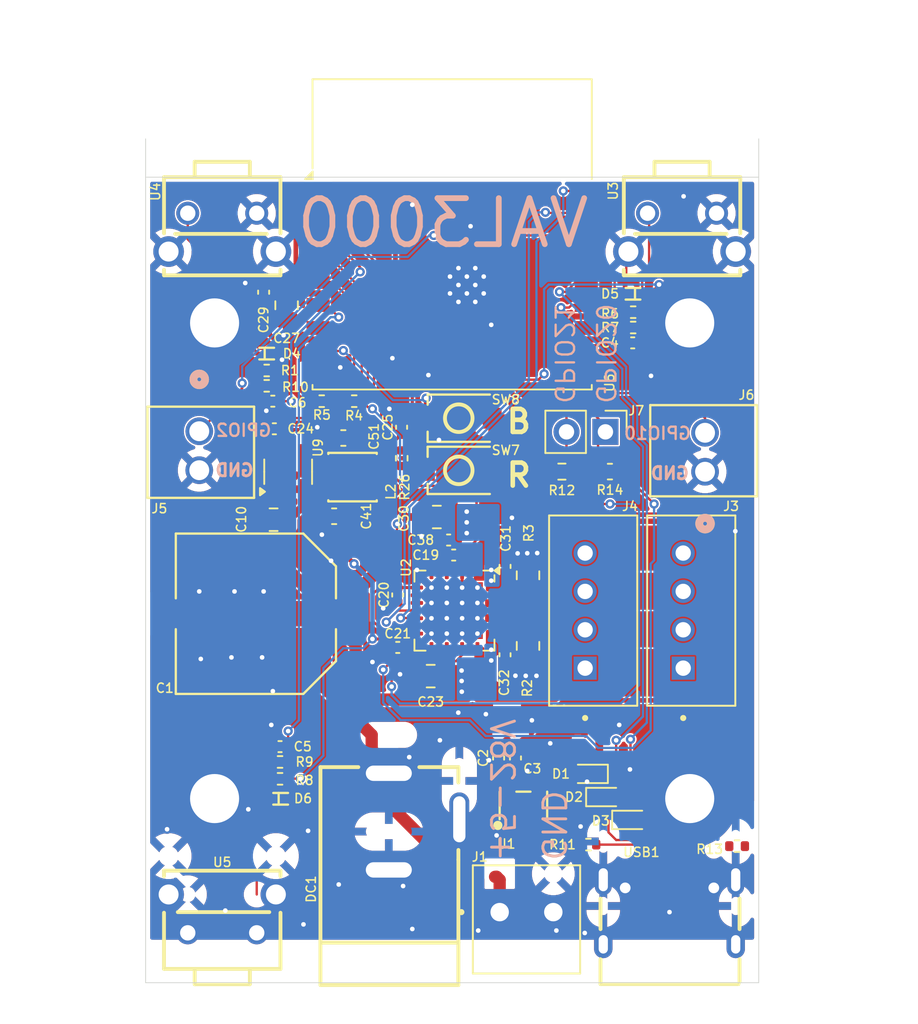
<source format=kicad_pcb>
(kicad_pcb (version 20241229) (generator "pcbnew") (generator_version "9.0")
  (layers (0 "F.Cu" signal) (4 "In1.Cu" mixed "GND3.Cu") (6 "In2.Cu" mixed "GND4.Cu") (2 "B.Cu" signal) (13 "F.Paste" user) (15 "B.Paste" user) (5 "F.SilkS" user "F.Silkscreen") (7 "B.SilkS" user "B.Silkscreen") (1 "F.Mask" user) (3 "B.Mask" user) (25 "Edge.Cuts" user))
  (net 0 "")
  (net 1 "GND")
  (net 2 "24V")
  (net 3 "Net-(U2-CPI)")
  (net 4 "Net-(U2-CPO)")
  (net 5 "Net-(U2-5VOUT)")
  (net 6 "Net-(U6-EN)")
  (net 7 "Net-(U2-VCP)")
  (net 8 "VBUS")
  (net 9 "USB_D-")
  (net 10 "USB_D+")
  (net 11 "Net-(U2-BRA)")
  (net 12 "Net-(U2-BRB)")
  (net 13 "TMC_UART_RX")
  (net 14 "TMC_UART_TX")
  (net 15 "3V3")
  (net 16 "Net-(U9-SW)")
  (net 17 "Net-(U9-BST)")
  (net 18 "TMC_EN")
  (net 19 "Net-(U6-IO9)")
  (net 22 "INDEX")
  (net 23 "USER_1{slash}STEP")
  (net 28 "STALLGUARD")
  (net 30 "BUTTON_2")
  (net 31 "BUTTON_1")
  (net 32 "BUTTON_WIFI_RESET")
  (net 33 "Net-(D4-Pad1)")
  (net 34 "Net-(D5-Pad1)")
  (net 35 "Net-(D6-Pad1)")
  (net 36 "0B2")
  (net 37 "0B1")
  (net 38 "0A2")
  (net 39 "0A1")
  (net 40 "USER_2{slash}DIR")
  (net 41 "DIR")
  (net 42 "STEP")
  (net 43 "Net-(USB1-CC1)")
  (net 44 "Net-(USB1-CC2)")
  (net 47 "USER_3{slash}END_1")
  (net 48 "USER_4{slash}END_2")
  (footprint "TS-1088-AR02016:SW-SMD_L3.9-W3.0-P4.45" (layer "F.Cu") (at 0.43 -5.89)
    (property "Reference" "SW7")
    (property "Value" "TS-1088-AR02016" (hide yes))
  )
  (footprint "Capacitor_SMD:C_0402_1005Metric" (layer "F.Cu") (at 11.78 -14.2 180)
    (property "Reference" "C4")
    (property "Value" "0.1uF" (hide yes))
  )
  (footprint "Resistor_SMD:R_0402_1005Metric" (layer "F.Cu") (at 18.59 18.6 180)
    (property "Reference" "R13")
    (property "Value" "5.1K" (hide yes))
  )
  (footprint "Capacitor_SMD:C_0402_1005Metric" (layer "F.Cu") (at -3.55 5.65)
    (property "Reference" "C21")
    (property "Value" "0.1uF" (hide yes))
  )
  (footprint "Resistor_SMD:R_0603_1608Metric" (layer "F.Cu") (at 7.160356 -5.80918 180)
    (property "Reference" "R12")
    (property "Value" "0R" (hide yes))
  )
  (footprint "Capacitor_SMD:C_0603_1608Metric" (layer "F.Cu") (at -7.1 -8)
    (property "Reference" "C51")
    (property "Value" "22uF" (hide yes))
  )
  (footprint "TC-6615-4.5-160G:KEY-TH_TC-6615-4.5-160G" (layer "F.Cu") (at 15 -21.4 180)
    (property "Reference" "U3")
    (property "Value" "TC-6615-4.5-160G" (hide yes))
  )
  (footprint "Resistor_SMD:R_0402_1005Metric" (layer "F.Cu") (at 8.89 18.5)
    (property "Reference" "R11")
    (property "Value" "5.1K" (hide yes))
  )
  (footprint "Capacitor_SMD:C_0805_2012Metric" (layer "F.Cu") (at -11.65 -2.675 180)
    (property "Reference" "C10")
    (property "Value" "10uF" (hide yes))
  )
  (footprint "Resistor_SMD:R_0402_1005Metric" (layer "F.Cu") (at 11.81 -15.2)
    (property "Reference" "R7")
    (property "Value" "5.1K" (hide yes))
  )
  (footprint "Package_TO_SOT_SMD:TSOT-23-6" (layer "F.Cu") (at -10.7 -5.8 90)
    (property "Reference" "U9")
    (property "Value" "AP63203QWU-7" (hide yes))
  )
  (footprint "Capacitor_SMD:C_0402_1005Metric" (layer "F.Cu") (at -11.6 -8.6)
    (property "Reference" "C24")
    (property "Value" "0.1uF" (hide yes))
  )
  (footprint "Connector_PinHeader_2.54mm:PinHeader_1x02_P2.54mm_Vertical" (layer "F.Cu") (at 10 -8.4 -90)
    (property "Reference" "J7")
    (property "Value" "Conn_01x02_Pin" (hide yes))
  )
  (footprint "Resistor_SMD:R_0402_1005Metric" (layer "F.Cu") (at -12.1 -11.4)
    (property "Reference" "R10")
    (property "Value" "5.1K" (hide yes))
  )
  (footprint "RF_Module:ESP32-C3-WROOM-02" (layer "F.Cu") (at 0 -18.17)
    (property "Reference" "U6")
    (property "Value" "ESP32-C3-WROOM-02" (hide yes))
  )
  (footprint "Capacitor_SMD:C_0402_1005Metric" (layer "F.Cu") (at 3.030669 12.854848 -90)
    (property "Reference" "C2")
    (property "Value" "0.1uF" (hide yes))
  )
  (footprint "Resistor_SMD:R_0402_1005Metric" (layer "F.Cu") (at -6.39 -10.4)
    (property "Reference" "R4")
    (property "Value" "1K" (hide yes))
  )
  (footprint "TS-1088-AR02016:SW-SMD_L3.9-W3.0-P4.45" (layer "F.Cu") (at 0.43 -9.29)
    (property "Reference" "SW8")
    (property "Value" "TS-1088-AR02016" (hide yes))
  )
  (footprint "Capacitor_SMD:C_0402_1005Metric" (layer "F.Cu") (at 3.45 0.37 -90)
    (property "Reference" "C31")
    (property "Value" "0.1uF" (hide yes))
  )
  (footprint "TC-6615-4.5-160G:KEY-TH_TC-6615-4.5-160G" (layer "F.Cu") (at -15 -21.4 180)
    (property "Reference" "U4")
    (property "Value" "TC-6615-4.5-160G" (hide yes))
  )
  (footprint "RT9080-33GJ5:TSOT-23-5_L2.9-W1.6-P0.95-LS2.8-BL" (layer "F.Cu") (at 4.65 15.95)
    (property "Reference" "U1")
    (property "Value" "RT9080-33GJ5" (hide yes))
  )
  (footprint "Capacitor_SMD:C_0805_2012Metric" (layer "F.Cu") (at -1 -2.85 180)
    (property "Reference" "C30")
    (property "Value" "10uF" (hide yes))
  )
  (footprint "Capacitor_SMD:C_0603_1608Metric" (layer "F.Cu") (at 10.293458 -5.80918)
    (property "Reference" "R14")
    (property "Value" "0R" (hide yes))
  )
  (footprint "UWT1H221MNL1GS:CAP-SMD_BD10.0-L10.3-W10.3-LS11.3-FD" (layer "F.Cu") (at -12.8 3.45 180)
    (property "Reference" "C1")
    (property "Value" "220uF")
  )
  (footprint "Capacitor_SMD:C_0805_2012Metric" (layer "F.Cu") (at 4.95 0.95 90)
    (property "Reference" "R3")
    (property "Value" "0R10" (hide yes))
  )
  (footprint "Capacitor_SMD:C_0603_1608Metric" (layer "F.Cu") (at -7.7 -2.9)
    (property "Reference" "C41")
    (property "Value" "22uF" (hide yes))
  )
  (footprint "Capacitor_SMD:C_0402_1005Metric" (layer "F.Cu") (at -3.55 2.23 -90)
    (property "Reference" "C20")
    (property "Value" "4.7uF" (hide yes))
  )
  (footprint "Resistor_SMD:R_0402_1005Metric" (layer "F.Cu") (at -12.1 -12.4)
    (property "Reference" "R1")
    (property "Value" "10K" (hide yes))
  )
  (footprint "TC-6615-4.5-160G:KEY-TH_TC-6615-4.5-160G" (layer "F.Cu") (at -15 23)
    (property "Reference" "U5")
    (property "Value" "TC-6615-4.5-160G" (hide yes))
  )
  (footprint "footprints:CONN_OSTVN02A150_OST" (layer "F.Cu") (at -16.5 -8.44 -90)
    (property "Reference" "J5")
    (property "Value" "OSTVN02A150" (hide yes))
  )
  (footprint "Diode_SMD:D_SOD-523" (layer "F.Cu") (at 8.9 13.89 180)
    (property "Reference" "D1")
    (property "Value" "SOD-523_BSD5C051L" (hide yes))
  )
  (footprint "Resistor_SMD:R_0402_1005Metric" (layer "F.Cu") (at -11.229209 14.213167 180)
    (property "Reference" "R8")
    (property "Value" "10K" (hide yes))
  )
  (footprint "Capacitor_SMD:C_0402_1005Metric" (layer "F.Cu") (at 0.1 -0.37 180)
    (property "Reference" "C19")
    (property "Value" "22nF" (hide yes))
  )
  (footprint "Capacitor_SMD:C_0402_1005Metric" (layer "F.Cu") (at 3.45 6.13 90)
    (property "Reference" "C32")
    (property "Value" "0.1uF" (hide yes))
  )
  (footprint "Capacitor_SMD:C_0402_1005Metric" (layer "F.Cu") (at -11.7 -10.4)
    (property "Reference" "C6")
    (property "Value" "0.1uF" (hide yes))
  )
  (footprint "Package_DFN_QFN:VQFN-28-1EP_5x5mm_P0.5mm_EP3.7x3.7mm_ThermalVias" (layer "F.Cu") (at 0.15 3.25 -90)
    (property "Reference" "U2")
    (property "Value" "TMC2209-LA-T" (hide yes))
  )
  (footprint "Capacitor_SMD:C_0805_2012Metric" (layer "F.Cu") (at -10.8 -16.65 -90)
    (property "Reference" "C27")
    (property "Value" "10uF" (hide yes))
  )
  (footprint "Resistor_SMD:R_0402_1005Metric" (layer "F.Cu") (at 11.81 -16.2 180)
    (property "Reference" "R6")
    (property "Value" "10K" (hide yes))
  )
  (footprint "1984617:PHOENIX_1984617" (layer "F.Cu") (at 1.35 26.9)
    (property "Reference" "J1")
    (property "Value" "1984617" (hide yes))
  )
  (footprint "SWPA3015S3R3MT:IND-SMD_L3.0-W3.0_FNR30XXS" (layer "F.Cu") (at -6.5 -5.45 180)
    (property "Reference" "L2")
    (property "Value" "L" (hide yes))
  )
  (footprint "B4B-XH-A:JST_B4B-XH-A" (layer "F.Cu") (at 15.6 3.25 -90)
    (property "Reference" "J3")
    (property "Value" "B4B-XH-A" (hide yes))
  )
  (footprint "Capacitor_SMD:C_0402_1005Metric" (layer "F.Cu") (at -11.229209 12.113167)
    (property "Reference" "C5")
    (property "Value" "0.1uF" (hide yes))
  )
  (footprint "B4B-XH-A:JST_B4B-XH-A" (layer "F.Cu") (at 9.2 3.25 -90)
    (property "Reference" "J4")
    (property "Value" "B4B-XH-A" (hide yes))
  )
  (footprint "Capacitor_SMD:C_0402_1005Metric" (layer "F.Cu") (at -0.23 -1.35)
    (property "Reference" "C38")
    (property "Value" "0.1uF" (hide yes))
  )
  (footprint "Capacitor_SMD:C_0402_1005Metric" (layer "F.Cu") (at 4.130669 12.854848 -90)
    (property "Reference" "C3")
    (property "Value" "0.1uF" (hide yes))
  )
  (footprint "footprints:CONN_OSTVN02A150_OST" (layer "F.Cu") (at 16.5 -5.8 90)
    (property "Reference" "J6")
    (property "Value" "OSTVN02A150" (hide yes))
  )
  (footprint "Resistor_SMD:R_0402_1005Metric" (layer "F.Cu") (at -3.29 -6.68 -90)
    (property "Reference" "R26")
    (property "Value" "10K" (hide yes))
  )
  (footprint "Diode_SMD:D_SOD-523" (layer "F.Cu") (at 11.7 16.89)
    (property "Reference" "D3")
    (property "Value" "SOD-523_BSD5C051L" (hide yes))
  )
  (footprint "Capacitor_SMD:C_0805_2012Metric" (layer "F.Cu") (at -1.4 7.52 180)
    (property "Reference" "C23")
    (property "Value" "10uF" (hide yes))
  )
  (footprint "ESD9L3-3ST5G:SOD-923_L0.8-W0.6-LS1.0-RD" (layer "F.Cu") (at -11.189209 15.513167)
    (property "Reference" "D6")
    (property "Value" "ESD9L3.3ST5G" (hide yes))
  )
  (footprint "Resistor_SMD:R_0402_1005Metric" (layer "F.Cu") (at -11.229209 13.113167)
    (property "Reference" "R9")
    (property "Value" "5.1K" (hide yes))
  )
  (footprint "Diode_SMD:D_SOD-523" (layer "F.Cu") (at 10 15.4)
    (property "Reference" "D2")
    (property "Value" "SOD-523_BSD5C051L" (hide yes))
  )
  (footprint "ESD9L3-3ST5G:SOD-923_L0.8-W0.6-LS1.0-RD" (layer "F.Cu") (at -12.1 -13.5)
    (property "Reference" "D4")
    (property "Value" "ESD9L3.3ST5G" (hide yes))
  )
  (footprint "Capacitor_SMD:C_0402_1005Metric" (layer "F.Cu") (at -12.3 -17.5 -90)
    (property "Reference" "C29")
    (property "Value" "0.1uF" (hide yes))
  )
  (footprint "Resistor_SMD:R_0402_1005Metric" (layer "F.Cu") (at -8.51 -10.4 180)
    (property "Reference" "R5")
    (property "Value" "10K" (hide yes))
  )
  (footprint "USB-C-LCSC_C2765186:USB-C-SMD_TYPE-C-6PIN-2MD-073" (layer "F.Cu") (at 14.18 22.62)
    (property "Reference" "USB1")
    (property "Value" "TYPE-C 16PIN 2MD(073)" (hide yes))
  )
  (footprint "DC-005:DC-IN-TH_DC-005-5.5-2.0" (layer "F.Cu") (at -1.8325 17 90)
    (property "Reference" "DC1")
    (property "Value" "DC-005 5.5-2.0MM" (hide yes))
  )
  (footprint "ESD9L3-3ST5G:SOD-923_L0.8-W0.6-LS1.0-RD" (layer "F.Cu") (at 11.8 -17.4 180)
    (property "Reference" "D5")
    (property "Value" "ESD9L3.3ST5G" (hide yes))
  )
  (footprint "Capacitor_SMD:C_0402_1005Metric" (layer "F.Cu") (at -3.3 -8.7 90)
    (property "Reference" "C25")
    (property "Value" "0.1uF" (hide yes))
  )
  (footprint "Capacitor_SMD:C_0805_2012Metric" (layer "F.Cu") (at 4.95 5.55 -90)
    (property "Reference" "R2")
    (property "Value" "0R10" (hide yes))
  )
  (gr_line (start 20 -25) (end -20 -25) (stroke (width 0.05)) (layer "Edge.Cuts"))
  (gr_line (start -20 27.5) (end 20 27.5) (stroke (width 0.05)) (layer "Edge.Cuts"))
  (gr_line (start 20 27.5) (end 20 -27.5) (stroke (width 0.05)) (layer "Edge.Cuts"))
  (gr_line (start -20 -27.5) (end -20 27.5) (stroke (width 0.05)) (layer "Edge.Cuts"))
  (gr_text "B" (at 3.4 -8.2 0) (layer "F.SilkS") (effects (font (size 1.5 1.5) (thickness 0.3) (bold yes)) (justify left bottom)))
  (gr_text "R" (at 3.4 -4.7 0) (layer "F.SilkS") (effects (font (size 1.5 1.5) (thickness 0.3) (bold yes)) (justify left bottom)))
  (gr_text "+5-28V" (at 3.25 14.95 270) (layer "B.SilkS") (effects (font (size 1.5 1.5) (thickness 0.1875)) (justify mirror)))
  (gr_text "GND" (at -14.2 -5.9 0) (layer "B.SilkS") (effects (font (size 0.8 0.8) (thickness 0.1875)) (justify mirror)))
  (gr_text "GND" (at 14.2 -5.7 0) (layer "B.SilkS") (effects (font (size 0.8 0.8) (thickness 0.1875)) (justify mirror)))
  (gr_text "GPIO21" (at 7.3 -13.5 270) (layer "B.SilkS") (effects (font (size 1.2 1.2)) (justify mirror)))
  (gr_text "GPIO10\n" (at 13.4 -8.3 0) (layer "B.SilkS") (effects (font (size 0.8 0.8)) (justify mirror)))
  (gr_text "GPIO2" (at -13.6 -8.5 0) (layer "B.SilkS") (effects (font (size 0.8 0.8)) (justify mirror)))
  (gr_text "GPIO20" (at 10 -13.5 270) (layer "B.SilkS") (effects (font (size 1.2 1.2)) (justify mirror)))
  (gr_text "GND" (at 6.6 17.25 270) (layer "B.SilkS") (effects (font (size 1.5 1.5) (thickness 0.1875)) (justify mirror)))
  (gr_text "VAL3000" (at -0.6 -22 0) (layer "B.SilkS") (effects (font (size 3 3) (thickness 0.375)) (justify mirror)))
  (segment (start -10.8 -15.7) (end -10.8 -14.9) (width 0.15) (layer "F.Cu") (net 1))
  (segment (start 9.3 15.4) (end 9.3 15.2) (width 0.15) (layer "F.Cu") (net 1))
  (segment (start -1.95 -1.65) (end -1.95 -2.85) (width 0.3) (layer "F.Cu") (net 1))
  (segment (start -2.35 7.45) (end -2.7 7.8) (width 0.3) (layer "F.Cu") (net 1))
  (segment (start 8.2 16.22) (end 8.38 16.4) (width 0.15) (layer "F.Cu") (net 1))
  (segment (start -3 7.8) (end -3.4 7.4) (width 0.3) (layer "F.Cu") (net 1))
  (segment (start -11.5 -13.5) (end -11.1 -13.1) (width 0.2) (layer "F.Cu") (net 1))
  (segment (start 11 14.2) (end 11.6 13.6) (width 0.15) (layer "F.Cu") (net 1))
  (segment (start -9 -5.6) (end -9 -3.425) (width 0.3) (layer "F.Cu") (net 1))
  (segment (start -2.3 4.25) (end -0.85 4.25) (width 0.2) (layer "F.Cu") (net 1))
  (segment (start 9.3 15.2) (end 9.6 14.9) (width 0.15) (layer "F.Cu") (net 1))
  (segment (start 0.65 2.75) (end 0.15 3.25) (width 0.15) (layer "F.Cu") (net 1))
  (segment (start 0.15 5.7) (end 0.15 3.25) (width 0.2) (layer "F.Cu") (net 1))
  (segment (start 10.98 19.84) (end 10.41 19.84) (width 0.3) (layer "F.Cu") (net 1))
  (segment (start -4.75 5.65) (end -4.03 5.65) (width 0.15) (layer "F.Cu") (net 1))
  (segment (start -14.68 -13.38) (end -16.3 -15) (width 0.15) (layer "F.Cu") (net 1))
  (segment (start -3.9 3.06) (end -4.46 3.06) (width 0.2) (layer "F.Cu") (net 1))
  (segment (start -0.85 4.25) (end 0.15 3.25) (width 0.2) (layer "F.Cu") (net 1))
  (segment (start -12.18 -10) (end -12.18 -10.4) (width 0.2) (layer "F.Cu") (net 1))
  (segment (start -16.5 -5.8) (end -16.5 -6.214968) (width 0.15) (layer "F.Cu") (net 1))
  (segment (start -9.75 -6.35) (end -9 -5.6) (width 0.3) (layer "F.Cu") (net 1))
  (segment (start 0.65 0.8) (end 0.65 1.75) (width 0.2) (layer "F.Cu") (net 1))
  (segment (start 10.69 10.7) (end 10.9 10.7) (width 0.5) (layer "F.Cu") (net 1))
  (segment (start -8.75 -12.17) (end -7.73 -12.17) (width 0.2) (layer "F.Cu") (net 1))
  (segment (start -2.7 7.8) (end -3 7.8) (width 0.3) (layer "F.Cu") (net 1))
  (segment (start 9.6 11.79) (end 10.69 10.7) (width 0.5) (layer "F.Cu") (net 1))
  (segment (start 0.65 0.8) (end 0.65 2.75) (width 0.15) (layer "F.Cu") (net 1))
  (segment (start -12.3 -17.02) (end -13.38 -18.1) (width 0.15) (layer "F.Cu") (net 1))
  (segment (start 2 -9.1) (end 2.92 -9.1) (width 0.15) (layer "F.Cu") (net 1))
  (segment (start -12.125 -9.945) (end -12.18 -10) (width 0.2) (layer "F.Cu") (net 1))
  (segment (start 8.38 16.4) (end 8.38 18.5) (width 0.15) (layer "F.Cu") (net 1))
  (segment (start -3.55 2.71) (end -3.9 3.06) (width 0.2) (layer "F.Cu") (net 1))
  (segment (start 8.38 17.32) (end 8.38 18.5) (width 0.15) (layer "F.Cu") (net 1))
  (segment (start 11.36 -20.01) (end 11.5 -20.15) (width 0.15) (layer "F.Cu") (net 1))
  (segment (start 11.26 -17.4) (end 11.36 -17.5) (width 0.15) (layer "F.Cu") (net 1))
  (segment (start -12.125 -9.775) (end -12.125 -9.945) (width 0.2) (layer "F.Cu") (net 1))
  (segment (start 11 16.89) (end 11 14.2) (width 0.15) (layer "F.Cu") (net 1))
  (segment (start -2 -1.6) (end -1.95 -1.65) (width 0.3) (layer "F.Cu") (net 1))
  (segment (start 9.6 14.9) (end 9.6 13.89) (width 0.15) (layer "F.Cu") (net 1))
  (segment (start 9.3 15.4) (end 8.8 14.9) (width 0.15) (layer "F.Cu") (net 1))
  (segment (start -13.38 -18.1) (end -13.5 -18.1) (width 0.15) (layer "F.Cu") (net 1))
  (segment (start -8.575 -8.7) (end -7.875 -8) (width 0.3) (layer "F.Cu") (net 1))
  (segment (start 17.38 19.84) (end 17.95 19.84) (width 0.3) (layer "F.Cu") (net 1))
  (segment (start -5.2 6.6) (end -5.2 6.1) (width 0.15) (layer "F.Cu") (net 1))
  (segment (start 10.41 19.84) (end 9.86 20.39) (width 0.3) (layer "F.Cu") (net 1))
  (segment (start -8.8 -8.7) (end -8.575 -8.7) (width 0.3) (layer "F.Cu") (net 1))
  (segment (start 11.36 -17.5) (end 11.36 -20.01) (width 0.15) (layer "F.Cu") (net 1))
  (segment (start 17.95 19.84) (end 18.5 20.39) (width 0.3) (layer "F.Cu") (net 1))
  (segment (start 2.2 -5.7) (end 2.92 -5.7) (width 0.2) (layer "F.Cu") (net 1))
  (segment (start -9.75 -6.9375) (end -9.75 -6.35) (width 0.3) (layer "F.Cu") (net 1))
  (segment (start -10.8 -14.9) (end -11 -14.7) (width 0.15) (layer "F.Cu") (net 1))
  (segment (start 8.8 14.9) (end 8.8 14.4) (width 0.15) (layer "F.Cu") (net 1))
  (segment (start 9.6 13.89) (end 9.6 11.79) (width 0.5) (layer "F.Cu") (net 1))
  (segment (start -11.56 -13.5) (end -11.5 -13.5) (width 0.2) (layer "F.Cu") (net 1))
  (segment (start -8.475 -2.9) (end -8.475 -1.725) (width 0.3) (layer "F.Cu") (net 1))
  (segment (start -7.73 -12.17) (end -7.3 -12.6) (width 0.2) (layer "F.Cu") (net 1))
  (segment (start -9 -3.425) (end -8.475 -2.9) (width 0.3) (layer "F.Cu") (net 1))
  (segment (start -8.475 -1.725) (end -8.5 -1.7) (width 0.3) (layer "F.Cu") (net 1))
  (segment (start -4.46 3.06) (end -4.5 3.1) (width 0.2) (layer "F.Cu") (net 1))
  (segment (start -5.2 6.1) (end -4.75 5.65) (width 0.15) (layer "F.Cu") (net 1))
  (via (at -0.86 -7.87) (size 0.6) (drill 0.3) (layers "F.Cu" "B.Cu") (net 1))
  (via (at 8.8 14.4) (size 0.6) (drill 0.3) (layers "F.Cu" "B.Cu") (net 1))
  (via (at 1.2 -21.8) (size 0.6) (drill 0.3) (layers "F.Cu" "B.Cu") (net 1))
  (via (at 8.65 24.259996) (size 0.6) (drill 0.3) (layers "F.Cu" "B.Cu") (net 1))
  (via (at 6.4 11.9) (size 0.6) (drill 0.3) (layers "F.Cu" "B.Cu") (net 1))
  (via (at -7.4 21.1) (size 0.6) (drill 0.3) (layers "F.Cu" "B.Cu") (net 1))
  (via (at -3.4 7.4) (size 0.6) (drill 0.3) (layers "F.Cu" "B.Cu") (net 1))
  (via (at 5.2 10.4) (size 0.6) (drill 0.3) (layers "F.Cu" "B.Cu") (net 1))
  (via (at -4.5 3.1) (size 0.6) (drill 0.3) (layers "F.Cu" "B.Cu") (net 1))
  (via (at -11.1 -13.1) (size 0.6) (drill 0.3) (layers "F.Cu" "B.Cu") (net 1))
  (via (at 4.9 13.7) (size 0.6) (drill 0.3) (layers "F.Cu" "B.Cu") (net 1))
  (via (at -2 -1.6) (size 0.6) (drill 0.3) (layers "F.Cu" "B.Cu") (net 1))
  (via (at 15.5 15.5) (size 6.4) (drill 3.2) (layers "F.Cu" "B.Cu") (net 1))
  (via (at -16.5 2) (size 0.6) (drill 0.3) (layers "F.Cu" "B.Cu") (net 1))
  (via (at 10.9 10.7) (size 0.6) (drill 0.3) (layers "F.Cu" "B.Cu") (net 1))
  (via (at -7.3 -12.6) (size 0.6) (drill 0.3) (layers "F.Cu" "B.Cu") (net 1))
  (via (at -11 -14.7) (size 0.6) (drill 0.3) (layers "F.Cu" "B.Cu") (net 1))
  (via (at -15.5 15.5) (size 6.4) (drill 3.2) (layers "F.Cu" "B.Cu") (net 1))
  (via (at 2.9 17.9) (size 0.6) (drill 0.3) (layers "F.Cu" "B.Cu") (net 1))
  (via (at -8.5 -1.7) (size 0.6) (drill 0.3) (layers "F.Cu" "B.Cu") (net 1))
  (via (at 2.4 13) (size 0.6) (drill 0.3) (layers "F.Cu" "B.Cu") (net 1))
  (via (at -7.9 0) (size 0.6) (drill 0.3) (layers "F.Cu" "B.Cu") (net 1))
  (via (at -3.2 21.2) (size 0.6) (drill 0.3) (layers "F.Cu" "B.Cu") (net 1))
  (via (at -15.5 -15.5) (size 6.4) (drill 3.2) (layers "F.Cu" "B.Cu") (net 1))
  (via (at 2.2 10) (size 0.6) (drill 0.3) (layers "F.Cu" "B.Cu") (net 1))
  (via (at 15.5 -15.5) (size 6.4) (drill 3.2) (layers "F.Cu" "B.Cu") (net 1))
  (via (at -14.4 6.3) (size 0.6) (drill 0.3) (layers "F.Cu" "B.Cu") (net 1))
  (via (at -13.3 16.2) (size 0.6) (drill 0.3) (layers "F.Cu" "B.Cu") (net 1))
  (via (at 4.127801 7.492979) (size 0.6) (drill 0.3) (layers "F.Cu" "B.Cu") (net 1))
  (via (at 8.38 17.32) (size 0.6) (drill 0.3) (layers "F.Cu" "B.Cu") (net 1))
  (via (at -0.8 11.7) (size 0.6) (drill 0.3) (layers "F.Cu" "B.Cu") (net 1))
  (via (at -12.3 2) (size 0.6) (drill 0.3) (layers "F.Cu" "B.Cu") (net 1))
  (via (at 4.799997 7.5) (size 0.6) (drill 0.3) (layers "F.Cu" "B.Cu") (net 1))
  (via (at 5.55 -0.5) (size 0.6) (drill 0.3) (layers "F.Cu" "B.Cu") (net 1))
  (via (at -9.7 23.7) (size 0.6) (drill 0.3) (layers "F.Cu" "B.Cu") (net 1))
  (via (at -2.6 24) (size 0.6) (drill 0.3) (layers "F.Cu" "B.Cu") (net 1))
  (via (at 15.1 -23.75) (size 0.6) (drill 0.3) (layers "F.Cu" "B.Cu") (net 1))
  (via (at -8.8 -8.7) (size 0.6) (drill 0.3) (layers "F.Cu" "B.Cu") (net 1))
  (via (at -14.8 22.8) (size 0.6) (drill 0.3) (layers "F.Cu" "B.Cu") (net 1))
  (via (at -3.9 -13.2) (size 0.6) (drill 0.3) (layers "F.Cu" "B.Cu") (net 1))
  (via (at 12.975 -12.05) (size 0.6) (drill 0.3) (layers "F.Cu" "B.Cu") (net 1))
  (via (at 14.18 22.9) (size 0.6) (drill 0.3) (layers "F.Cu" "B.Cu") (net 1))
  (via (at -12.4 6.3) (size 0.6) (drill 0.3) (layers "F.Cu" "B.Cu") (net 1))
  (via (at -13.5 -18.1) (size 0.6) (drill 0.3) (layers "F.Cu" "B.Cu") (net 1))
  (via (at 4.9 -0.49) (size 0.6) (drill 0.3) (layers "F.Cu" "B.Cu") (net 1))
  (via (at -2.3 0.6) (size 0.6) (drill 0.3) (layers "F.Cu" "B.Cu") (net 1))
  (via (at 18.475 -1.925) (size 0.6) (drill 0.3) (layers "F.Cu" "B.Cu") (net 1))
  (via (at 2.55 -15.375) (size 0.6) (drill 0.3) (layers "F.Cu" "B.Cu") (net 1))
  (via (at 5.5 7.5) (size 0.6) (drill 0.3) (layers "F.Cu" "B.Cu") (net 1))
  (via (at -5.2 6.6) (size 0.6) (drill 0.3) (layers "F.Cu" "B.Cu") (net 1))
  (via (at -11.8 10.7) (size 0.6) (drill 0.3) (layers "F.Cu" "B.Cu") (net 1))
  (via (at -2.8 12.8) (size 0.6) (drill 0.3) (layers "F.Cu" "B.Cu") (net 1))
  (via (at -2.6 -23.2) (size 0.6) (drill 0.3) (layers "F.Cu" "B.Cu") (net 1))
  (via (at -14.2 2) (size 0.6) (drill 0.3) (layers "F.Cu" "B.Cu") (net 1))
  (via (at 11.6 13.6) (size 0.6) (drill 0.3) (layers "F.Cu" "B.Cu") (net 1))
  (via (at -1.55 -12.1) (size 0.6) (drill 0.3) (layers "F.Cu" "B.Cu") (net 1))
  (via (at 4.27 -0.48) (size 0.6) (drill 0.3) (layers "F.Cu" "B.Cu") (net 1))
  (via (at -4.1 -9.9) (size 0.6) (drill 0.3) (layers "F.Cu" "B.Cu") (net 1))
  (via (at 6.8 24.1) (size 0.6) (drill 0.3) (layers "F.Cu" "B.Cu") (net 1))
  (via (at -11.7 8.5) (size 0.6) (drill 0.3) (layers "F.Cu" "B.Cu") (net 1))
  (via (at -18.6 17.5) (size 0.6) (drill 0.3) (layers "F.Cu" "B.Cu") (net 1))
  (via (at 0.4 9.9) (size 0.6) (drill 0.3) (layers "F.Cu" "B.Cu") (net 1))
  (via (at 3.9 -2.8) (size 0.6) (drill 0.3) (layers "F.Cu" "B.Cu") (net 1))
  (via (at -16.4 6.4) (size 0.6) (drill 0.3) (layers "F.Cu" "B.Cu") (net 1))
  (via (at -12.125 -9.775) (size 0.6) (drill 0.3) (layers "F.Cu" "B.Cu") (net 1))
  (via (at 1.7 24.1) (size 0.6) (drill 0.3) (layers "F.Cu" "B.Cu") (net 1))
  (via (at -9.4 17.6) (size 0.6) (drill 0.3) (layers "F.Cu" "B.Cu") (net 1))
  (segment (start -4.376 -2.731786) (end -4.376 0.176) (width 0.8) (layer "F.Cu") (net 2))
  (segment (start 0.25 -1.9) (end 0.25 -1.35) (width 0.8) (layer "F.Cu") (net 2))
  (segment (start -0.45 7.45) (end -0.45 8.5) (width 0.8) (layer "F.Cu") (net 2))
  (segment (start -7.65 3.45) (end -8.3 3.45) (width 0.8) (layer "F.Cu") (net 2))
  (segment (start -8.3 8.3) (end -8.3 3.45) (width 0.8) (layer "F.Cu") (net 2))
  (segment (start -9.75 -3.55) (end -10.425 -2.875) (width 0.5) (layer "F.Cu") (net 2))
  (segment (start -10.7 -4.6625) (end -9.75 -4.6625) (width 0.5) (layer "F.Cu") (net 2))
  (segment (start 2.8 20.6) (end 2.9 20.6) (width 0.8) (layer "F.Cu") (net 2))
  (segment (start -3.899 -3.201) (end -3.906786 -3.201) (width 0.8) (layer "F.Cu") (net 2))
  (segment (start -4.1325 13.45) (end -4.1325 15.8675) (width 0.8) (layer "F.Cu") (net 2))
  (segment (start -4.1325 15.8675) (end 2.5 22.5) (width 0.8) (layer "F.Cu") (net 2))
  (segment (start -6.3 7.95) (end -6.3 5.45) (width 0.8) (layer "F.Cu") (net 2))
  (segment (start -10.9 -2.875) (end -10.7 -2.675) (width 0.5) (layer "F.Cu") (net 2))
  (segment (start -5.25 11.35) (end -8.3 8.3) (width 0.8) (layer "F.Cu") (net 2))
  (segment (start -0.45 8.5) (end -1 9.05) (width 0.8) (layer "F.Cu") (net 2))
  (segment (start -5.25 12.3325) (end -5.25 11.35) (width 0.8) (layer "F.Cu") (net 2))
  (segment (start -2.8 -4.3) (end -3.899 -3.201) (width 0.8) (layer "F.Cu") (net 2))
  (segment (start -3.906786 -3.201) (end -4.376 -2.731786) (width 0.8) (layer "F.Cu") (net 2))
  (segment (start 2.9 20.6) (end 3.1 20.8) (width 0.8) (layer "F.Cu") (net 2))
  (segment (start -10.425 -2.875) (end -10.9 -2.875) (width 0.5) (layer "F.Cu") (net 2))
  (segment (start 3.1 20.8) (end 3.1 22.5) (width 0.8) (layer "F.Cu") (net 2))
  (segment (start -4.1325 13.45) (end -5.25 12.3325) (width 0.8) (layer "F.Cu") (net 2))
  (segment (start -0.05 -3.7) (end -0.65 -4.3) (width 0.8) (layer "F.Cu") (net 2))
  (segment (start -0.65 -4.3) (end -2.8 -4.3) (width 0.8) (layer "F.Cu") (net 2))
  (segment (start -0.05 -2.85) (end -0.05 -3.7) (width 0.8) (layer "F.Cu") (net 2))
  (segment (start -9.75 -4.6625) (end -9.75 -3.55) (width 0.5) (layer "F.Cu") (net 2))
  (segment (start 2.5 22.5) (end 3.1 22.5) (width 0.8) (layer "F.Cu") (net 2))
  (segment (start -10.7 -2.675) (end -10.7 0.6) (width 0.8) (layer "F.Cu") (net 2))
  (segment (start -4.376 0.176) (end -7.65 3.45) (width 0.8) (layer "F.Cu") (net 2))
  (segment (start -0.05 -2.85) (end -0.05 -2.2) (width 0.8) (layer "F.Cu") (net 2))
  (segment (start -0.05 -2.2) (end 0.25 -1.9) (width 0.8) (layer "F.Cu") (net 2))
  (segment (start -1 9.05) (end -5.2 9.05) (width 0.8) (layer "F.Cu") (net 2))
  (segment (start -6.3 5.45) (end -8.3 3.45) (width 0.8) (layer "F.Cu") (net 2))
  (segment (start -5.2 9.05) (end -6.3 7.95) (width 0.8) (layer "F.Cu") (net 2))
  (segment (start -8.3 3) (end -8.3 3.45) (width 0.8) (layer "F.Cu") (net 2))
  (segment (start -10.7 0.6) (end -8.3 3) (width 0.8) (layer "F.Cu") (net 2))
  (via (at 2.55 6.5) (size 0.6) (drill 0.3) (layers "F.Cu" "B.Cu") (net 2))
  (via (at 0.628275 8.535599) (size 0.6) (drill 0.3) (layers "F.Cu" "B.Cu") (net 2))
  (via (at 2.55 5.8) (size 0.6) (drill 0.3) (layers "F.Cu" "B.Cu") (net 2))
  (via (at 0.618545 7.835664) (size 0.6) (drill 0.3) (layers "F.Cu" "B.Cu") (net 2))
  (via (at 0.614385 7.157367) (size 0.6) (drill 0.3) (layers "F.Cu" "B.Cu") (net 2))
  (via (at 2.55 0.6) (size 0.6) (drill 0.3) (layers "F.Cu" "B.Cu") (net 2))
  (via (at 0.95 -1.8) (size 0.6) (drill 0.3) (layers "F.Cu" "B.Cu") (net 2))
  (via (at 0.95 -3.2) (size 0.6) (drill 0.3) (layers "F.Cu" "B.Cu") (net 2))
  (via (at 2.55 1.3) (size 0.6) (drill 0.3) (layers "F.Cu" "B.Cu") (net 2))
  (via (at 0.95 -2.5) (size 0.6) (drill 0.3) (layers "F.Cu" "B.Cu") (net 2))
  (segment (start -0.35 -0.29) (end -0.41 -0.35) (width 0.15) (layer "F.Cu") (net 3))
  (segment (start -0.35 0.8) (end -0.35 -0.29) (width 0.15) (layer "F.Cu") (net 3))
  (segment (start 0.15 0.05) (end 0.55 -0.35) (width 0.15) (layer "F.Cu") (net 4))
  (segment (start 0.15 0.8) (end 0.15 0.05) (width 0.15) (layer "F.Cu") (net 4))
  (segment (start -2.3 1.75) (end -3.55 1.75) (width 0.2) (layer "F.Cu") (net 5))
  (segment (start -5.1 -10.65) (end -4.63 -10.18) (width 0.15) (layer "F.Cu") (net 6))
  (segment (start -5.1 -19.55) (end -5.1 -10.65) (width 0.15) (layer "F.Cu") (net 6))
  (segment (start -2.03 -6.17) (end -1.75 -5.89) (width 0.15) (layer "F.Cu") (net 6))
  (segment (start -3.29 -6.17) (end -3.9 -6.78) (width 0.15) (layer "F.Cu") (net 6))
  (segment (start -3.9 -7.62) (end -3.3 -8.22) (width 0.15) (layer "F.Cu") (net 6))
  (segment (start -4.63 -10.18) (end -4.63 -9.47) (width 0.15) (layer "F.Cu") (net 6))
  (segment (start -3.38 -8.22) (end -3.3 -8.22) (width 0.15) (layer "F.Cu") (net 6))
  (segment (start -8.75 -22.67) (end -8.22 -22.67) (width 0.15) (layer "F.Cu") (net 6))
  (segment (start -8.22 -22.67) (end -5.1 -19.55) (width 0.15) (layer "F.Cu") (net 6))
  (segment (start -4.63 -9.47) (end -3.38 -8.22) (width 0.15) (layer "F.Cu") (net 6))
  (segment (start -3.29 -6.17) (end -2.03 -6.17) (width 0.15) (layer "F.Cu") (net 6))
  (segment (start -3.9 -6.78) (end -3.9 -7.62) (width 0.15) (layer "F.Cu") (net 6))
  (segment (start -0.975 0.025) (end -0.975 -1.085) (width 0.15) (layer "F.Cu") (net 7))
  (segment (start -0.85 0.15) (end -0.975 0.025) (width 0.15) (layer "F.Cu") (net 7))
  (segment (start -0.975 -1.085) (end -0.71 -1.35) (width 0.15) (layer "F.Cu") (net 7))
  (segment (start -0.85 0.15) (end -0.85 0.8) (width 0.15) (layer "F.Cu") (net 7))
  (segment (start 5.6 17.1) (end 6.5 16.2) (width 0.3) (layer "F.Cu") (net 8))
  (segment (start 15.527926 19.3) (end 14.2 19.3) (width 0.3) (layer "F.Cu") (net 8))
  (segment (start 8.2 13.89) (end 7.91 13.89) (width 0.3) (layer "F.Cu") (net 8))
  (segment (start 5.6 17.7) (end 5.6 17.1) (width 0.3) (layer "F.Cu") (net 8))
  (segment (start 7.3 14.5) (end 7.3 16.2) (width 0.3) (layer "F.Cu") (net 8))
  (segment (start 12.292074 19.84) (end 11.78 19.84) (width 0.3) (layer "F.Cu") (net 8))
  (segment (start 14.2 19.3) (end 12.832074 19.3) (width 0.3) (layer "F.Cu") (net 8))
  (segment (start 9.5 20.3) (end 13 20.3) (width 0.3) (layer "F.Cu") (net 8))
  (segment (start 16.067926 19.84) (end 15.527926 19.3) (width 0.3) (layer "F.Cu") (net 8))
  (segment (start 14 19.3) (end 14.2 19.3) (width 0.3) (layer "F.Cu") (net 8))
  (segment (start 16.58 19.84) (end 16.067926 19.84) (width 0.3) (layer "F.Cu") (net 8))
  (segment (start 13 20.3) (end 14 19.3) (width 0.3) (layer "F.Cu") (net 8))
  (segment (start 6.5 16.2) (end 7.3 16.2) (width 0.3) (layer "F.Cu") (net 8))
  (segment (start 4.4 18.4) (end 4.9 18.4) (width 0.3) (layer "F.Cu") (net 8))
  (segment (start 3.7 17.1) (end 3.7 17.7) (width 0.3) (layer "F.Cu") (net 8))
  (segment (start 7.3 18.1) (end 9.5 20.3) (width 0.3) (layer "F.Cu") (net 8))
  (segment (start 3.7 17.7) (end 4.4 18.4) (width 0.3) (layer "F.Cu") (net 8))
  (segment (start 7.91 13.89) (end 7.3 14.5) (width 0.3) (layer "F.Cu") (net 8))
  (segment (start 12.832074 19.3) (end 12.292074 19.84) (width 0.3) (layer "F.Cu") (net 8))
  (segment (start 4.9 18.4) (end 5.6 17.7) (width 0.3) (layer "F.Cu") (net 8))
  (segment (start 7.3 16.2) (end 7.3 18.1) (width 0.3) (layer "F.Cu") (net 8))
  (segment (start 7.795 -16.67) (end 8.75 -16.67) (width 0.15) (layer "F.Cu") (net 9))
  (segment (start 10.7 18.2) (end 10.2 17.7) (width 0.15) (layer "F.Cu") (net 9))
  (segment (start 10.7 11.7) (end 10.7 15.4) (width 0.15) (layer "F.Cu") (net 9))
  (segment (start 13.69 20.8) (end 14.111 20.8) (width 0.15) (layer "F.Cu") (net 9))
  (segment (start 12.3 18.2) (end 10.7 18.2) (width 0.15) (layer "F.Cu") (net 9))
  (segment (start 10.2 15.9) (end 10.7 15.4) (width 0.15) (layer "F.Cu") (net 9))
  (segment (start 13.43 19.84) (end 13.43 19.33) (width 0.15) (layer "F.Cu") (net 9))
  (segment (start 13.43 19.33) (end 12.3 18.2) (width 0.15) (layer "F.Cu") (net 9))
  (segment (start 7.625 -16.5) (end 7.795 -16.67) (width 0.15) (layer "F.Cu") (net 9))
  (segment (start 13.43 20.54) (end 13.69 20.8) (width 0.15) (layer "F.Cu") (net 9))
  (segment (start 14.111 20.8) (end 14.43 20.481) (width 0.15) (layer "F.Cu") (net 9))
  (segment (start 14.43 20.481) (end 14.43 19.84) (width 0.15) (layer "F.Cu") (net 9))
  (segment (start 10.2 17.7) (end 10.2 15.9) (width 0.15) (layer "F.Cu") (net 9))
  (segment (start 7.1 -16.5) (end 7.625 -16.5) (width 0.15) (layer "F.Cu") (net 9))
  (segment (start 13.43 19.84) (end 13.43 20.54) (width 0.15) (layer "F.Cu") (net 9))
  (via (at 7.1 -16.5) (size 0.6) (drill 0.3) (layers "F.Cu" "B.Cu") (net 9))
  (via (at 10.7 11.7) (size 0.6) (drill 0.3) (layers "F.Cu" "B.Cu") (net 9))
  (segment (start 11.8 -9.945032) (end 11.8 -8.075) (width 0.15) (layer "B.Cu") (net 9))
  (segment (start 11.159876 11.440124) (end 10.9 11.7) (width 0.15) (layer "B.Cu") (net 9))
  (segment (start 7.1 -16.5) (end 11.099 -12.501) (width 0.15) (layer "B.Cu") (net 9))
  (segment (start 10.9 11.7) (end 10.7 11.7) (width 0.15) (layer "B.Cu") (net 9))
  (segment (start 11.43871 11.159876) (end 11.159876 11.43871) (width 0.15) (layer "B.Cu") (net 9))
  (segment (start 11.440124 11.159876) (end 11.43871 11.159876) (width 0.15) (layer "B.Cu") (net 9))
  (segment (start 11.099 -12.501) (end 11.099 -10.646032) (width 0.15) (layer "B.Cu") (net 9))
  (segment (start 11.159876 11.43871) (end 11.159876 11.440124) (width 0.15) (layer "B.Cu") (net 9))
  (segment (start 11.099 -10.646032) (end 11.8 -9.945032) (width 0.15) (layer "B.Cu") (net 9))
  (segment (start 12.449 10.151) (end 11.440124 11.159876) (width 0.15) (layer "B.Cu") (net 9))
  (segment (start 11.8 -8.075) (end 12.449 -7.426) (width 0.15) (layer "B.Cu") (net 9))
  (segment (start 12.449 -7.426) (end 12.449 10.151) (width 0.15) (layer "B.Cu") (net 9))
  (segment (start 11.635876 12.935876) (end 12.4 13.7) (width 0.15) (layer "F.Cu") (net 10))
  (segment (start 12.4 16.89) (end 13.14 16.15) (width 0.15) (layer "F.Cu") (net 10))
  (segment (start 13.14 16.15) (end 13.15 16.15) (width 0.15) (layer "F.Cu") (net 10))
  (segment (start 13.15 16.15) (end 13.93 16.93) (width 0.15) (layer "F.Cu") (net 10))
  (segment (start 8.07 -18.17) (end 8.75 -18.17) (width 0.15) (layer "F.Cu") (net 10))
  (segment (start 11.635876 11.635876) (end 11.635876 12.935876) (width 0.15) (layer "F.Cu") (net 10))
  (segment (start 7.425 -17.525) (end 8.07 -18.17) (width 0.15) (layer "F.Cu") (net 10))
  (segment (start 14.93 16.93) (end 14.2 16.2) (width 0.15) (layer "F.Cu") (net 10))
  (segment (start 13.93 16.93) (end 13.93 19.84) (width 0.15) (layer "F.Cu") (net 10))
  (segment (start 14.93 19.84) (end 14.93 16.93) (width 0.15) (layer "F.Cu") (net 10))
  (segment (start 7 -17.525) (end 7.425 -17.525) (width 0.15) (layer "F.Cu") (net 10))
  (segment (start 12.4 13.7) (end 12.4 16.89) (width 0.15) (layer "F.Cu") (net 10))
  (segment (start 14.2 16.2) (end 13.2 16.2) (width 0.15) (layer "F.Cu") (net 10))
  (segment (start 13.2 16.2) (end 13.15 16.15) (width 0.15) (layer "F.Cu") (net 10))
  (via (at 7 -17.525) (size 0.6) (drill 0.3) (layers "F.Cu" "B.Cu") (net 10))
  (via (at 11.635876 11.635876) (size 0.6) (drill 0.3) (layers "F.Cu" "B.Cu") (net 10))
  (segment (start 11.35 -12.65) (end 11.35 -10.75) (width 0.15) (layer "B.Cu") (net 10))
  (segment (start 7 -17.525) (end 7 -17.5) (width 0.15) (layer "B.Cu") (net 10))
  (segment (start 11.35 -10.75) (end 12.075 -10.025) (width 0.15) (layer "B.Cu") (net 10))
  (segment (start 8.4 -16.1) (end 8.4 -15.6) (width 0.15) (layer "B.Cu") (net 10))
  (segment (start 12.075 -10.025) (end 12.075 -8.154968) (width 0.15) (layer "B.Cu") (net 10))
  (segment (start 7 -17.5) (end 8.4 -16.1) (width 0.15) (layer "B.Cu") (net 10))
  (segment (start 12.7 -7.529968) (end 12.7 10.55) (width 0.15) (layer "B.Cu") (net 10))
  (segment (start 12.7 10.55) (end 11.635876 11.614124) (width 0.15) (layer "B.Cu") (net 10))
  (segment (start 8.4 -15.6) (end 11.35 -12.65) (width 0.15) (layer "B.Cu") (net 10))
  (segment (start 12.075 -8.154968) (end 12.7 -7.529968) (width 0.15) (layer "B.Cu") (net 10))
  (segment (start 11.635876 11.614124) (end 11.635876 11.635876) (width 0.15) (layer "B.Cu") (net 10))
  (segment (start 4.95 4.6) (end 4.95 5) (width 0.3) (layer "F.Cu") (net 11))
  (segment (start 4.6 4.25) (end 4.95 4.6) (width 0.3) (layer "F.Cu") (net 11))
  (segment (start 2.6 4.25) (end 4.6 4.25) (width 0.3) (layer "F.Cu") (net 11))
  (segment (start 2.6 2.25) (end 4.9 2.25) (width 0.3) (layer "F.Cu") (net 12))
  (segment (start 4.95 2.2) (end 4.95 1.9) (width 0.3) (layer "F.Cu") (net 12))
  (segment (start 4.9 2.25) (end 4.95 2.2) (width 0.3) (layer "F.Cu") (net 12))
  (segment (start -3.6 -2.375) (end -3.6 0.6) (width 0.15) (layer "F.Cu") (net 13))
  (segment (start -3.6 0.6) (end -5.2 2.2) (width 0.15) (layer "F.Cu") (net 13))
  (segment (start -5.2 -9.9) (end -5.38 -9.9) (width 0.15) (layer "F.Cu") (net 13))
  (segment (start -3.575 -2.4) (end -3.6 -2.375) (width 0.15) (layer "F.Cu") (net 13))
  (segment (start -5.5 -17.3) (end -7.87 -19.67) (width 0.15) (layer "F.Cu") (net 13))
  (segment (start -5.2 3.9) (end -4.35 4.75) (width 0.15) (layer "F.Cu") (net 13))
  (segment (start -5.88 -10.4) (end -5.5 -10.78) (width 0.15) (layer "F.Cu") (net 13))
  (segment (start -5.38 -9.9) (end -5.88 -10.4) (width 0.15) (layer "F.Cu") (net 13))
  (segment (start -5.2 2.2) (end -5.2 3.9) (width 0.15) (layer "F.Cu") (net 13))
  (segment (start -4.35 4.75) (end -2.3 4.75) (width 0.15) (layer "F.Cu") (net 13))
  (segment (start -5.5 -10.78) (end -5.5 -17.3) (width 0.15) (layer "F.Cu") (net 13))
  (segment (start -7.87 -19.67) (end -8.75 -19.67) (width 0.15) (layer "F.Cu") (net 13))
  (via (at -5.2 -9.9) (size 0.6) (drill 0.3) (layers "F.Cu" "B.Cu") (net 13))
  (via (at -3.575 -2.4) (size 0.6) (drill 0.3) (layers "F.Cu" "B.Cu") (net 13))
  (segment (start -3.4 -8.1) (end -5.2 -9.9) (width 0.15) (layer "B.Cu") (net 13))
  (segment (start -3.575 -2.4) (end -3.4 -2.575) (width 0.15) (layer "B.Cu") (net 13))
  (segment (start -3.4 -2.575) (end -3.4 -8.1) (width 0.15) (layer "B.Cu") (net 13))
  (segment (start -8.75 -18.17) (end -7.795 -18.17) (width 0.15) (layer "F.Cu") (net 14))
  (segment (start -5.9 -16.275) (end -5.9 -11.8) (width 0.15) (layer "F.Cu") (net 14))
  (segment (start -5.9 -11.8) (end -6.9 -10.8) (width 0.15) (layer "F.Cu") (net 14))
  (segment (start -7.795 -18.17) (end -5.9 -16.275) (width 0.15) (layer "F.Cu") (net 14))
  (segment (start -6.9 -10.8) (end -6.9 -10.4) (width 0.15) (layer "F.Cu") (net 14))
  (segment (start -11.9 -14.732) (end -10.3 -13.132) (width 0.3) (layer "F.Cu") (net 15))
  (segment (start 5.165152 12.300365) (end 4.130669 13.334848) (width 0.3) (layer "F.Cu") (net 15))
  (segment (start -10.2 -23.6) (end -9.63 -24.17) (width 0.3) (layer "F.Cu") (net 15))
  (segment (start -3.7 -20.1) (end -3.7 -15.9) (width 0.3) (layer "F.Cu") (net 15))
  (segment (start 3.7 14.8) (end 4.1 14.4) (width 0.3) (layer "F.Cu") (net 15))
  (segment (start -9.19 -9.3) (end -9.02 -9.47) (width 0.15) (layer "F.Cu") (net 15))
  (segment (start -3.07 5.23) (end -3.07 5.65) (width 0.2) (layer "F.Cu") (net 15))
  (segment (start 13.2 -17.7) (end 13.5 -18) (width 0.15) (layer "F.Cu") (net 15))
  (segment (start -6.325 -6.625) (end -5.15 -5.45) (width 0.3) (layer "F.Cu") (net 15))
  (segment (start 12.5 -16.2) (end 12.5 -16.4) (width 0.15) (layer "F.Cu") (net 15))
  (segment (start -10.3 -11) (end -9.7 -10.4) (width 0.3) (layer "F.Cu") (net 15))
  (segment (start -10.658411 14.2) (end -10.671578 14.213167) (width 0.15) (layer "F.Cu") (net 15))
  (segment (start 0.4 -11.8) (end 3.025 -11.8) (width 0.3) (layer "F.Cu") (net 15))
  (segment (start -9.9 14.2) (end -10.658411 14.2) (width 0.15) (layer "F.Cu") (net 15))
  (segment (start -9.63 -24.17) (end -8.75 -24.17) (width 0.3) (layer "F.Cu") (net 15))
  (segment (start 17.4 9.1) (end 7.3 9.1) (width 0.3) (layer "F.Cu") (net 15))
  (segment (start -6.325 -8.925) (end -6.325 -8) (width 0.3) (layer "F.Cu") (net 15))
  (segment (start -6.325 -8) (end -6.325 -6.625) (width 0.3) (layer "F.Cu") (net 15))
  (segment (start -8.85 -9.3) (end -6.7 -9.3) (width 0.3) (layer "F.Cu") (net 15))
  (segment (start -3.2 5.1) (end -3.07 5.23) (width 0.2) (layer "F.Cu") (net 15))
  (segment (start 4.1 13.7) (end 4.130669 13.669331) (width 0.3) (layer "F.Cu") (net 15))
  (segment (start -13.175 -9.975) (end -12.85 -9.65) (width 0.15) (layer "F.Cu") (net 15))
  (segment (start 5.395152 -8.029848) (end 5.395152 -5.201133) (width 0.3) (layer "F.Cu") (net 15))
  (segment (start -1.35 5.7) (end -3.02 5.7) (width 0.2) (layer "F.Cu") (net 15))
  (segment (start 3.030669 13.334848) (end 4.130669 13.334848) (width 0.3) (layer "F.Cu") (net 15))
  (segment (start -3.7 -15.9) (end -1.545 -13.745) (width 0.3) (layer "F.Cu") (net 15))
  (segment (start -5.2 5.1) (end -5.2 5.278) (width 0.2) (layer "F.Cu") (net 15))
  (segment (start 4.374 -10.451) (end 4.374 -9.051) (width 0.3) (layer "F.Cu") (net 15))
  (segment (start -11.9 -16.2) (end -11.9 -14.732) (width 0.3) (layer "F.Cu") (net 15))
  (segment (start -10.2 -17.8) (end -10.2 -23.6) (width 0.3) (layer "F.Cu") (net 15))
  (segment (start 3.025 -11.8) (end 4.374 -10.451) (width 0.3) (layer "F.Cu") (net 15))
  (segment (start -13.275 -5.2) (end -12.7375 -4.6625) (width 0.15) (layer "F.Cu") (net 15))
  (segment (start -5.022 5.1) (end -3.2 5.1) (width 0.2) (layer "F.Cu") (net 15))
  (segment (start -13.275 -8.775) (end -13.275 -7.225) (width 0.15) (layer "F.Cu") (net 15))
  (segment (start -10.8 -17.6) (end -11.5 -17.6) (width 0.3) (layer "F.Cu") (net 15))
  (segment (start 17.2 8.9) (end 17.4 9.1) (width 0.3) (layer "F.Cu") (net 15))
  (segment (start -12.85 -9.3) (end -9.19 -9.3) (width 0.15) (layer "F.Cu") (net 15))
  (segment (start -6.3 -3.525) (end -6.925 -2.9) (width 0.3) (layer "F.Cu") (net 15))
  (segment (start -12.61 -12.4) (end -12.725 -12.4) (width 0.15) (layer "F.Cu") (net 15))
  (segment (start -9.02 -10.4) (end -9.02 -9.47) (width 0.3) (layer "F.Cu") (net 15))
  (segment (start 17 -3) (end 17.2 -2.8) (width 0.3) (layer "F.Cu") (net 15))
  (segment (start 7.3 9.1) (end 5.165152 11.234848) (width 0.3) (layer "F.Cu") (net 15))
  (segment (start -5.15 -5.45) (end -6.3 -4.3) (width 0.3) (layer "F.Cu") (net 15))
  (segment (start -8.72 -24.2) (end -7.8 -24.2) (width 0.3) (layer "F.Cu") (net 15))
  (segment (start -10.8 -17.3) (end -11.9 -16.2) (width 0.3) (layer "F.Cu") (net 15))
  (segment (start -10.8 -17.6) (end -10.8 -17.3) (width 0.3) (layer "F.Cu") (net 15))
  (segment (start 6 -12.175) (end 5.625 -11.8) (width 0.15) (layer "F.Cu") (net 15))
  (segment (start -8.75 -24.17) (end -8.72 -24.2) (width 0.3) (layer "F.Cu") (net 15))
  (segment (start -1.545 -13.745) (end -0.6 -12.8) (width 0.3) (layer "F.Cu") (net 15))
  (segment (start -11.5 -17.6) (end -11.88 -17.98) (width 0.3) (layer "F.Cu") (net 15))
  (segment (start 4.374 -9.051) (end 5.395152 -8.029848) (width 0.3) (layer "F.Cu") (net 15))
  (segment (start 13.2 -17.1) (end 13.2 -17.7) (width 0.15) (layer "F.Cu") (net 15))
  (segment (start -13.275 -7.225) (end -13.275 -5.2) (width 0.15) (layer "F.Cu") (net 15))
  (segment (start 4.130669 13.669331) (end 4.130669 13.334848) (width 0.3) (layer "F.Cu") (net 15))
  (segment (start 12.5 -16.4) (end 13.2 -17.1) (width 0.15) (layer "F.Cu") (net 15))
  (segment (start -10.6 -17.4) (end -10.2 -17.8) (width 0.3) (layer "F.Cu") (net 15))
  (segment (start 4.1 14.4) (end 4.1 13.7) (width 0.3) (layer "F.Cu") (net 15))
  (segment (start -12.7375 -4.6625) (end -11.65 -4.6625) (width 0.15) (layer "F.Cu") (net 15))
  (segment (start -12.725 -12.4) (end -13.175 -11.95) (width 0.15) (layer "F.Cu") (net 15))
  (segment (start -5.2 5.278) (end -5.022 5.1) (width 0.2) (layer "F.Cu") (net 15))
  (segment (start -10.3 -13.132) (end -10.3 -11) (width 0.3) (layer "F.Cu") (net 15))
  (segment (start 5.165152 11.234848) (end 5.165152 12.300365) (width 0.3) (layer "F.Cu") (net 15))
  (segment (start -6.925 -2.9) (end -6.925 -0.325) (width 0.3) (layer "F.Cu") (net 15))
  (segment (start -2.6 -12.69) (end -1.545 -13.745) (width 0.2) (layer "F.Cu") (net 15))
  (segment (start 7.596285 -3) (end 17 -3) (width 0.3) (layer "F.Cu") (net 15))
  (segment (start -3.02 5.7) (end -3.07 5.65) (width 0.2) (layer "F.Cu") (net 15))
  (segment (start 5.625 -11.8) (end 3.025 -11.8) (width 0.15) (layer "F.Cu") (net 15))
  (segment (start -2.6 -7.88) (end -2.6 -12.69) (width 0.2) (layer "F.Cu") (net 15))
  (segment (start -6.3 -4.3) (end -6.3 -3.525) (width 0.3) (layer "F.Cu") (net 15))
  (segment (start -13.175 -11.95) (end -13.175 -9.975) (width 0.15) (layer "F.Cu") (net 15))
  (segment (start -7.8 -24.2) (end -3.7 -20.1) (width 0.3) (layer "F.Cu") (net 15))
  (segment (start 5.395152 -5.201133) (end 7.596285 -3) (width 0.3) (layer "F.Cu") (net 15))
  (segment (start -0.6 -12.8) (end 0.4 -11.8) (width 0.3) (layer "F.Cu") (net 15))
  (segment (start -9.7 -10.4) (end -9.02 -10.4) (width 0.3) (layer "F.Cu") (net 15))
  (segment (start -10.671578 14.213167) (end -10.719209 14.213167) (width 0.15) (layer "F.Cu") (net 15))
  (segment (start -12.85 -9.65) (end -12.85 -9.3) (width 0.15) (layer "F.Cu") (net 15))
  (segment (start -13.275 -8.875) (end -12.85 -9.3) (width 0.15) (layer "F.Cu") (net 15))
  (segment (start -6.925 -0.325) (end -6.4 0.2) (width 0.3) (layer "F.Cu") (net 15))
  (segment (start -3.29 -7.19) (end -2.6 -7.88) (width 0.2) (layer "F.Cu") (net 15))
  (segment (start 17.2 -2.8) (end 17.2 8.9) (width 0.3) (layer "F.Cu") (net 15))
  (segment (start -13.275 -8.775) (end -13.275 -8.875) (width 0.15) (layer "F.Cu") (net 15))
  (segment (start -9.02 -9.47) (end -8.85 -9.3) (width 0.3) (layer "F.Cu") (net 15))
  (segment (start -11.88 -17.98) (end -12.3 -17.98) (width 0.3) (layer "F.Cu") (net 15))
  (segment (start -6.7 -9.3) (end -6.325 -8.925) (width 0.3) (layer "F.Cu") (net 15))
  (via (at -9.9 14.2) (size 0.6) (drill 0.3) (layers "F.Cu" "B.Cu") (net 15))
  (via (at 6 -12.175) (size 0.6) (drill 0.3) (layers "F.Cu" "B.Cu") (net 15))
  (via (at -5.2 5.1) (size 0.6) (drill 0.3) (layers "F.Cu" "B.Cu") (net 15))
  (via (at 13.5 -18) (size 0.6) (drill 0.3) (layers "F.Cu" "B.Cu") (net 15))
  (via (at -6.4 0.2) (size 0.6) (drill 0.3) (layers "F.Cu" "B.Cu") (net 15))
  (segment (start -5.8 5.7) (end -7.1 5.7) (width 0.15) (layer "B.Cu") (net 15))
  (segment (start -8.4 7) (end -8.4 12.7) (width 0.15) (layer "B.Cu") (net 15))
  (segment (start -5.2 5.1) (end -5.2 1.4) (width 0.3) (layer "B.Cu") (net 15))
  (segment (start 6 -12.175) (end 6 -17.7) (width 0.15) (layer "B.Cu") (net 15))
  (segment (start -5.2 1.4) (end -6.4 0.2) (width 0.3) (layer "B.Cu") (net 15))
  (segment (start 6.3 -18) (end 13.5 -18) (width 0.15) (layer "B.Cu") (net 15))
  (segment (start -8.4 12.7) (end -9.9 14.2) (width 0.15) (layer "B.Cu") (net 15))
  (segment (start -7.1 5.7) (end -8.4 7) (width 0.15) (layer "B.Cu") (net 15))
  (segment (start -5.2 5.1) (end -5.8 5.7) (width 0.15) (layer "B.Cu") (net 15))
  (segment (start 6 -17.7) (end 6.3 -18) (width 0.15) (layer "B.Cu") (net 15))
  (segment (start -10.7 -7.7) (end -11.12 -8.12) (width 0.2) (layer "F.Cu") (net 16))
  (segment (start -11.12 -8.6) (end -11.02 -8.5) (width 0.3) (layer "F.Cu") (net 16))
  (segment (start -10.7 -6.9375) (end -10.7 -7.7) (width 0.2) (layer "F.Cu") (net 16))
  (segment (start -8.9 -7.9) (end -8.9 -6.5) (width 0.3) (layer "F.Cu") (net 16))
  (segment (start -9.5 -8.5) (end -8.9 -7.9) (width 0.3) (layer "F.Cu") (net 16))
  (segment (start -8.9 -6.5) (end -7.85 -5.45) (width 0.3) (layer "F.Cu") (net 16))
  (segment (start -11.12 -8.12) (end -11.12 -8.6) (width 0.2) (layer "F.Cu") (net 16))
  (segment (start -11.02 -8.5) (end -9.5 -8.5) (width 0.3) (layer "F.Cu") (net 16))
  (segment (start -12.08 -8.08) (end -12.08 -8.6) (width 0.2) (layer "F.Cu") (net 17))
  (segment (start -11.65 -6.9375) (end -11.65 -7.65) (width 0.2) (layer "F.Cu") (net 17))
  (segment (start -11.65 -7.65) (end -12.08 -8.08) (width 0.2) (layer "F.Cu") (net 17))
  (segment (start -7.3 -9.7) (end -8 -10.4) (width 0.15) (layer "F.Cu") (net 18))
  (segment (start 1.15 0.8) (end 1.15 -0.91) (width 0.15) (layer "F.Cu") (net 18))
  (segment (start 1.59 -1.35) (end 1.59 -3.82) (width 0.15) (layer "F.Cu") (net 18))
  (segment (start 1.59 -3.82) (end 0.53 -4.88) (width 0.15) (layer "F.Cu") (net 18))
  (segment (start -7.8 -10.4) (end -6.4 -11.8) (width 0.15) (layer "F.Cu") (net 18))
  (segment (start -5.7 -9.7) (end -7.3 -9.7) (width 0.15) (layer "F.Cu") (net 18))
  (segment (start -3.18 -4.88) (end -4.3 -6) (width 0.15) (layer "F.Cu") (net 18))
  (segment (start 0.53 -4.88) (end -3.18 -4.88) (width 0.15) (layer "F.Cu") (net 18))
  (segment (start -4.3 -8.3) (end -5.7 -9.7) (width 0.15) (layer "F.Cu") (net 18))
  (segment (start -6.4 -11.8) (end -6.4 -14.075) (width 0.15) (layer "F.Cu") (net 18))
  (segment (start -7.495 -15.17) (end -8.75 -15.17) (width 0.15) (layer "F.Cu") (net 18))
  (segment (start -8 -10.4) (end -7.8 -10.4) (width 0.15) (layer "F.Cu") (net 18))
  (segment (start -4.3 -6) (end -4.3 -8.3) (width 0.15) (layer "F.Cu") (net 18))
  (segment (start 1.15 -0.91) (end 1.59 -1.35) (width 0.15) (layer "F.Cu") (net 18))
  (segment (start -6.4 -14.075) (end -7.495 -15.17) (width 0.15) (layer "F.Cu") (net 18))
  (segment (start -1.7 -10.6) (end -1.7 -10.5) (width 0.2) (layer "F.Cu") (net 19))
  (segment (start -7.13 -13.67) (end -8.75 -13.67) (width 0.15) (layer "F.Cu") (net 19))
  (segment (start -1.75 -10.45) (end -1.75 -9.29) (width 0.2) (layer "F.Cu") (net 19))
  (segment (start -1.7 -10.5) (end -1.75 -10.45) (width 0.2) (layer "F.Cu") (net 19))
  (segment (start -7.1 -13.7) (end -7.13 -13.67) (width 0.15) (layer "F.Cu") (net 19))
  (via (at -1.7 -10.6) (size 0.6) (drill 0.3) (layers "F.Cu" "B.Cu") (net 19))
  (via (at -7.1 -13.7) (size 0.6) (drill 0.3) (layers "F.Cu" "B.Cu") (net 19))
  (segment (start -1.83 -10.47) (end -3.87 -10.47) (width 0.15) (layer "B.Cu") (net 19))
  (segment (start -3.87 -10.47) (end -7.1 -13.7) (width 0.15) (layer "B.Cu") (net 19))
  (segment (start -1.7 -10.6) (end -1.83 -10.47) (width 0.15) (layer "B.Cu") (net 19))
  (segment (start 7.25 -24.1) (end 8.15 -24.1) (width 0.15) (layer "F.Cu") (net 22))
  (segment (start -2.317124 3.732876) (end -2.3 3.75) (width 0.15) (layer "F.Cu") (net 22))
  (segment (start -3.361123 3.732876) (end -2.317124 3.732876) (width 0.15) (layer "F.Cu") (net 22))
  (segment (start 8.22 -24.17) (end 8.75 -24.17) (width 0.15) (layer "F.Cu") (net 22))
  (segment (start 8.15 -24.1) (end 8.22 -24.17) (width 0.15) (layer "F.Cu") (net 22))
  (via (at 7.25 -24.1) (size 0.6) (drill 0.3) (layers "F.Cu" "B.Cu") (net 22))
  (via (at -3.361123 3.732876) (size 0.6) (drill 0.3) (layers "F.Cu" "B.Cu") (net 22))
  (segment (start -2.8 -3.5) (end -2.8 3.171753) (width 0.15) (layer "B.Cu") (net 22))
  (segment (start 7.25 -24.1) (end 7.25 -22.55) (width 0.15) (layer "B.Cu") (net 22))
  (segment (start 5.5 -20.8) (end 5.5 -11.8) (width 0.15) (layer "B.Cu") (net 22))
  (segment (start -2.8 3.171753) (end -3.361123 3.732876) (width 0.15) (layer "B.Cu") (net 22))
  (segment (start 5.5 -11.8) (end -2.8 -3.5) (width 0.15) (layer "B.Cu") (net 22))
  (segment (start 7.25 -22.55) (end 5.5 -20.8) (width 0.15) (layer "B.Cu") (net 22))
  (segment (start 10 -8.4) (end 10 -8.8) (width 0.15) (layer "F.Cu") (net 23))
  (segment (start 8.02 -13.67) (end 8.75 -13.67) (width 0.15) (layer "F.Cu") (net 23))
  (segment (start 7.5 -13.15) (end 8.02 -13.67) (width 0.15) (layer "F.Cu") (net 23))
  (segment (start 7.5 -11.3) (end 7.5 -13.15) (width 0.15) (layer "F.Cu") (net 23))
  (segment (start 9.518458 -5.80918) (end 9.518458 -7.918458) (width 0.15) (layer "F.Cu") (net 23))
  (segment (start 10 -8.8) (end 7.5 -11.3) (width 0.15) (layer "F.Cu") (net 23))
  (segment (start 9.518458 -7.918458) (end 10 -8.4) (width 0.15) (layer "F.Cu") (net 23))
  (segment (start -2.30076 3.24924) (end -3.54924 3.24924) (width 0.15) (layer "F.Cu") (net 28))
  (segment (start -3.54924 3.24924) (end -4.3 4) (width 0.15) (layer "F.Cu") (net 28))
  (segment (start -2.3 3.25) (end -2.30076 3.24924) (width 0.15) (layer "F.Cu") (net 28))
  (segment (start 6.086624 -22.708376) (end 6.125 -22.67) (width 0.15) (layer "F.Cu") (net 28))
  (segment (start 6.125 -22.67) (end 8.75 -22.67) (width 0.15) (layer "F.Cu") (net 28))
  (via (at -4.3 4) (size 0.6) (drill 0.3) (layers "F.Cu" "B.Cu") (net 28))
  (via (at 6.086624 -22.708376) (size 0.6) (drill 0.3) (layers "F.Cu" "B.Cu") (net 28))
  (segment (start 6.086624 -22.708376) (end 5.608376 -22.708376) (width 0.15) (layer "B.Cu") (net 28))
  (segment (start 5.608376 -22.708376) (end 5 -22.1) (width 0.15) (layer "B.Cu") (net 28))
  (segment (start 5 -11.7) (end -3.1 -3.6) (width 0.15) (layer "B.Cu") (net 28))
  (segment (start -3.1 2.8) (end -4.3 4) (width 0.15) (layer "B.Cu") (net 28))
  (segment (start -3.1 -3.6) (end -3.1 2.8) (width 0.15) (layer "B.Cu") (net 28))
  (segment (start 5 -22.1) (end 5 -11.7) (width 0.15) (layer "B.Cu") (net 28))
  (segment (start 11.2 -14.2) (end 11.3 -14.2) (width 0.15) (layer "F.Cu") (net 30))
  (segment (start 9.73 -19.67) (end 10.6 -18.8) (width 0.15) (layer "F.Cu") (net 30))
  (segment (start 11.3 -14.2) (end 12.3 -15.2) (width 0.15) (layer "F.Cu") (net 30))
  (segment (start 12.3 -15.2) (end 12.5 -15.2) (width 0.15) (layer "F.Cu") (net 30))
  (segment (start 10.6 -14.8) (end 11.2 -14.2) (width 0.15) (layer "F.Cu") (net 30))
  (segment (start 10.6 -18.8) (end 10.6 -14.8) (width 0.15) (layer "F.Cu") (net 30))
  (segment (start 9.001 -19.67) (end 9.73 -19.67) (width 0.15) (layer "F.Cu") (net 30))
  (segment (start -11.22 -10.4) (end -11.62 -10.8) (width 0.15) (layer "F.Cu") (net 31))
  (segment (start -11.62 -11.37) (end -11.59 -11.4) (width 0.15) (layer "F.Cu") (net 31))
  (segment (start -11.22 -10.4) (end -10.5 -10.4) (width 0.15) (layer "F.Cu") (net 31))
  (segment (start -11.62 -10.8) (end -11.62 -11.37) (width 0.15) (layer "F.Cu") (net 31))
  (segment (start -8.045 -21.17) (end -8.75 -21.17) (width 0.15) (layer "F.Cu") (net 31))
  (segment (start -6 -19.125) (end -8.045 -21.17) (width 0.15) (layer "F.Cu") (net 31))
  (segment (start -6 -18.825) (end -6 -19.125) (width 0.15) (layer "F.Cu") (net 31))
  (via (at -6 -18.825) (size 0.6) (drill 0.3) (layers "F.Cu" "B.Cu") (net 31))
  (via (at -10.5 -10.4) (size 0.6) (drill 0.3) (layers "F.Cu" "B.Cu") (net 31))
  (segment (start -6 -18.825) (end -10.5 -14.325) (width 0.15) (layer "B.Cu") (net 31))
  (segment (start -10.5 -14.325) (end -10.5 -10.4) (width 0.15) (layer "B.Cu") (net 31))
  (segment (start -10.719209 13.113167) (end -10.719209 12.143167) (width 0.15) (layer "F.Cu") (net 32))
  (segment (start -7.4 -15.875) (end -8.195 -16.67) (width 0.15) (layer "F.Cu") (net 32))
  (segment (start -10.7 12.063958) (end -10.749209 12.113167) (width 0.15) (layer "F.Cu") (net 32))
  (segment (start -8.195 -16.67) (end -8.75 -16.67) (width 0.15) (layer "F.Cu") (net 32))
  (segment (start -10.7 11.1) (end -10.7 12.063958) (width 0.15) (layer "F.Cu") (net 32))
  (segment (start -10.719209 12.143167) (end -10.749209 12.113167) (width 0.15) (layer "F.Cu") (net 32))
  (via (at -10.7 11.1) (size 0.6) (drill 0.3) (layers "F.Cu" "B.Cu") (net 32))
  (via (at -7.4 -15.875) (size 0.6) (drill 0.3) (layers "F.Cu" "B.Cu") (net 32))
  (segment (start -10 -8.226834) (end -10 10.4) (width 0.15) (layer "B.Cu") (net 32))
  (segment (start -10.176 -8.797166) (end -10.176 -8.402834) (width 0.15) (layer "B.Cu") (net 32))
  (segment (start -10 -13.8) (end -10 -8.973166) (width 0.15) (layer "B.Cu") (net 32))
  (segment (start -7.925 -15.875) (end -10 -13.8) (width 0.15) (layer "B.Cu") (net 32))
  (segment (start -7.4 -15.875) (end -7.925 -15.875) (width 0.15) (layer "B.Cu") (net 32))
  (segment (start -10.176 -8.402834) (end -10 -8.226834) (width 0.15) (layer "B.Cu") (net 32))
  (segment (start -10 10.4) (end -10.7 11.1) (width 0.15) (layer "B.Cu") (net 32))
  (segment (start -10 -8.973166) (end -10.176 -8.797166) (width 0.15) (layer "B.Cu") (net 32))
  (segment (start -12.64 -13.5) (end -12.9 -13.76) (width 0.15) (layer "F.Cu") (net 33))
  (segment (start -17.25 -20.95) (end -17.25 -22.65) (width 0.15) (layer "F.Cu") (net 33))
  (segment (start -11.59 -12.4) (end -11.59 -12.45) (width 0.15) (layer "F.Cu") (net 33))
  (segment (start -12.9 -16.6) (end -17.25 -20.95) (width 0.15) (layer "F.Cu") (net 33))
  (segment (start -12.9 -13.76) (end -12.9 -16.6) (width 0.15) (layer "F.Cu") (net 33))
  (segment (start -11.59 -12.45) (end -12.64 -13.5) (width 0.15) (layer "F.Cu") (net 33))
  (segment (start -12.61 -11.4) (end -12.59 -11.4) (width 0.15) (layer "F.Cu") (net 33))
  (segment (start -12.59 -11.4) (end -11.59 -12.4) (width 0.15) (layer "F.Cu") (net 33))
  (segment (start 12.85 -18.71) (end 12.85 -22.55) (width 0.15) (layer "F.Cu") (net 34))
  (segment (start 12.34 -17.4) (end 12.4 -17.46) (width 0.15) (layer "F.Cu") (net 34))
  (segment (start 12.3 -17.02) (end 12.3 -17.36) (width 0.15) (layer "F.Cu") (net 34))
  (segment (start 12.4 -18.26) (end 12.85 -18.71) (width 0.15) (layer "F.Cu") (net 34))
  (segment (start 12.85 -22.55) (end 12.75 -22.65) (width 0.15) (layer "F.Cu") (net 34))
  (segment (start 12.4 -17.46) (end 12.4 -18.26) (width 0.15) (layer "F.Cu") (net 34))
  (segment (start 11.48 -16.2) (end 11.48 -15.2) (width 0.15) (layer "F.Cu") (net 34))
  (segment (start 12.3 -17.36) (end 12.34 -17.4) (width 0.15) (layer "F.Cu") (net 34))
  (segment (start 11.48 -16.2) (end 12.3 -17.02) (width 0.15) (layer "F.Cu") (net 34))
  (segment (start -11.729209 15.513167) (end -11.729209 14.223167) (width 0.15) (layer "F.Cu") (net 35))
  (segment (start -11.824 15.697166) (end -11.824 15.607958) (width 0.15) (layer "F.Cu") (net 35))
  (segment (start -11.824 15.607958) (end -11.729209 15.513167) (width 0.15) (layer "F.Cu") (net 35))
  (segment (start -13.17 17.043166) (end -11.824 15.697166) (width 0.15) (layer "F.Cu") (net 35))
  (segment (start -11.739209 14.213167) (end -11.739209 13.113167) (width 0.15) (layer "F.Cu") (net 35))
  (segment (start -12.75 20.8) (end -13.17 20.38) (width 0.15) (layer "F.Cu") (net 35))
  (segment (start -12.75 21.75) (end -12.75 20.8) (width 0.15) (layer "F.Cu") (net 35))
  (segment (start -13.17 20.38) (end -13.17 17.043166) (width 0.15) (layer "F.Cu") (net 35))
  (segment (start -11.729209 14.223167) (end -11.739209 14.213167) (width 0.15) (layer "F.Cu") (net 35))
  (segment (start 8.698 -15.17) (end 8.75 -15.17) (width 0.15) (layer "F.Cu") (net 40))
  (segment (start 7.46 -8.4) (end 7.46 -6.334536) (width 0.15) (layer "F.Cu") (net 40))
  (segment (start 7.46 -10.44) (end 6.95 -10.95) (width 0.15) (layer "F.Cu") (net 40))
  (segment (start 7.46 -8.4) (end 7.46 -10.44) (width 0.15) (layer "F.Cu") (net 40))
  (segment (start 6.95 -10.95) (end 6.95 -13.422) (width 0.15) (layer "F.Cu") (net 40))
  (segment (start 7.46 -6.334536) (end 7.985356 -5.80918) (width 0.15) (layer "F.Cu") (net 40))
  (segment (start 6.95 -13.422) (end 8.698 -15.17) (width 0.15) (layer "F.Cu") (net 40))
  (segment (start -3.95 7.25) (end -3.248801 6.548801) (width 0.15) (layer "F.Cu") (net 41))
  (segment (start 0.241199 6.548801) (end 0.65 6.14) (width 0.15) (layer "F.Cu") (net 41))
  (segment (start 8.444536 -3.7) (end 10.3 -3.7) (width 0.15) (layer "F.Cu") (net 41))
  (segment (start 0.65 6.14) (end 0.65 5.7) (width 0.15) (layer "F.Cu") (net 41))
  (segment (start 6.335356 -5.80918) (end 8.444536 -3.7) (width 0.15) (layer "F.Cu") (net 41))
  (segment (start -3.95 8.2) (end -3.95 7.25) (width 0.15) (layer "F.Cu") (net 41))
  (segment (start -3.248801 6.548801) (end 0.241199 6.548801) (width 0.15) (layer "F.Cu") (net 41))
  (via (at 10.3 -3.7) (size 0.6) (drill 0.3) (layers "F.Cu" "B.Cu") (net 41))
  (via (at -3.95 8.2) (size 0.6) (drill 0.3) (layers "F.Cu" "B.Cu") (net 41))
  (segment (start 11 9.3) (end 12.198 8.102) (width 0.15) (layer "B.Cu") (net 41))
  (segment (start -3.4 9.3) (end 11 9.3) (width 0.15) (layer "B.Cu") (net 41))
  (segment (start 10.3 -3.7) (end 11.8 -3.7) (width 0.15) (layer "B.Cu") (net 41))
  (segment (start 11.8 -3.7) (end 12.198 -3.302) (width 0.15) (layer "B.Cu") (net 41))
  (segment (start -3.95 8.2) (end -3.95 8.75) (width 0.15) (layer "B.Cu") (net 41))
  (segment (start 12.198 8.102) (end 12.198 -3.302) (width 0.15) (layer "B.Cu") (net 41))
  (segment (start -3.95 8.75) (end -3.4 9.3) (width 0.15) (layer "B.Cu") (net 41))
  (segment (start -0.85 6.15) (end -0.85 5.7) (width 0.15) (layer "F.Cu") (net 42))
  (segment (start -3.69 6.29) (end -0.99 6.29) (width 0.15) (layer "F.Cu") (net 42))
  (segment (start 13.175 -3.7) (end 11.068458 -5.806542) (width 0.15) (layer "F.Cu") (net 42))
  (segment (start -0.99 6.29) (end -0.85 6.15) (width 0.15) (layer "F.Cu") (net 42))
  (segment (start -4.5 7.1) (end -3.69 6.29) (width 0.15) (layer "F.Cu") (net 42))
  (segment (start 11.068458 -5.806542) (end 11.068458 -5.80918) (width 0.15) (layer "F.Cu") (net 42))
  (via (at -4.5 7.1) (size 0.6) (drill 0.3) (layers "F.Cu" "B.Cu") (net 42))
  (via (at 13.175 -3.7) (size 0.6) (drill 0.3) (layers "F.Cu" "B.Cu") (net 42))
  (segment (start 2.188562 11.424) (end 1.151062 10.3865) (width 0.15) (layer "B.Cu") (net 42))
  (segment (start 12.951 0.199) (end 12.951 11.049) (width 0.15) (layer "B.Cu") (net 42))
  (segment (start 11.8 12.2) (end 9.526834 12.2) (width 0.15) (layer "B.Cu") (net 42))
  (segment (start 9.526834 12.2) (end 8.750834 11.424) (width 0.15) (layer "B.Cu") (net 42))
  (segment (start -4.5 9.25) (end -4.5 7.1) (width 0.15) (layer "B.Cu") (net 42))
  (segment (start 8.750834 11.424) (end 2.188562 11.424) (width 0.15) (layer "B.Cu") (net 42))
  (segment (start 1.151062 10.3865) (end -3.3635 10.3865) (width 0.15) (layer "B.Cu") (net 42))
  (segment (start 12.951 11.049) (end 11.8 12.2) (width 0.15) (layer "B.Cu") (net 42))
  (segment (start -3.3635 10.3865) (end -4.5 9.25) (width 0.15) (layer "B.Cu") (net 42))
  (segment (start 13.175 -3.7) (end 13.175 -0.025) (width 0.15) (layer "B.Cu") (net 42))
  (segment (start 13.175 -0.025) (end 12.951 0.199) (width 0.15) (layer "B.Cu") (net 42))
  (segment (start 12.142 18.5) (end 12.93 19.288) (width 0.15) (layer "F.Cu") (net 43))
  (segment (start 12.93 19.288) (end 12.93 19.84) (width 0.15) (layer "F.Cu") (net 43))
  (segment (start 9.4 18.5) (end 12.142 18.5) (width 0.15) (layer "F.Cu") (net 43))
  (segment (start 15.93 16.97) (end 16.2 16.7) (width 0.15) (layer "F.Cu") (net 44))
  (segment (start 16.2 16.7) (end 17.4 16.7) (width 0.15) (layer "F.Cu") (net 44))
  (segment (start 17.4 16.7) (end 17.6 16.5) (width 0.15) (layer "F.Cu") (net 44))
  (segment (start 17.6 16.5) (end 18.29 16.5) (width 0.15) (layer "F.Cu") (net 44))
  (segment (start 15.93 19.84) (end 15.93 16.97) (width 0.15) (layer "F.Cu") (net 44))
  (segment (start 14.8 -10.925) (end 14.875 -10.925) (width 0.15) (layer "F.Cu") (net 47))
  (segment (start 14.875 -10.925) (end 16.5 -9.3) (width 0.15) (layer "F.Cu") (net 47))
  (segment (start 14.8 -10.925) (end 9.35 -10.925) (width 0.15) (layer "F.Cu") (net 47))
  (segment (start 16.5 -9.3) (end 16.5 -8.34) (width 0.15) (layer "F.Cu") (net 47))
  (segment (start 9.35 -10.925) (end 8.75 -11.525) (width 0.15) (layer "F.Cu") (net 47))
  (segment (start 8.75 -11.525) (end 8.75 -12.17) (width 0.15) (layer "F.Cu") (net 47))
  (segment (start 8.07 -21.17) (end 8.75 -21.17) (width 0.15) (layer "F.Cu") (net 48))
  (segment (start -13.7 -11.24) (end -13.7 -11.575) (width 0.15) (layer "F.Cu") (net 48))
  (segment (start -16.5 -8.44) (end -13.7 -11.24) (width 0.15) (layer "F.Cu") (net 48))
  (segment (start 8.04 -21.2) (end 8.07 -21.17) (width 0.15) (layer "F.Cu") (net 48))
  (segment (start -1.5 -21.2) (end 8.04 -21.2) (width 0.15) (layer "F.Cu") (net 48))
  (via (at -1.2 -21.2) (size 0.6) (drill 0.3) (layers "F.Cu" "B.Cu") (net 48))
  (via (at -13.7 -11.575) (size 0.6) (drill 0.3) (layers "F.Cu" "B.Cu") (net 48))
  (segment (start -13.7 -12.673166) (end -6.573166 -19.8) (width 0.15) (layer "B.Cu") (net 48))
  (segment (start -13.7 -11.575) (end -13.7 -12.673166) (width 0.15) (layer "B.Cu") (net 48))
  (segment (start -2.9 -19.8) (end -1.5 -21.2) (width 0.15) (layer "B.Cu") (net 48))
  (segment (start -6.573166 -19.8) (end -2.9 -19.8) (width 0.15) (layer "B.Cu") (net 48))
  (zone (net 1) (net_name "GND") (layer "F.Cu") (priority 4) (connect_pads (clearance 0.000001)) (min_thickness 0.25) (fill yes (thermal_gap 0.5) (thermal_bridge_width 0.5))
    (polygon (pts (xy -17.5 1.3) (xy -11.7 1.3) (xy -11.7 6.9) (xy -17.5 6.9)))
  )
  (zone (net 2) (net_name "24V") (layer "F.Cu") (priority 4) (connect_pads yes (clearance 0.000001)) (min_thickness 0.25) (fill yes (thermal_gap 0.5) (thermal_bridge_width 0.5))
    (polygon (pts (xy -0.99 -3.7) (xy 1.41 -3.7) (xy 1.41 -1.3) (xy -0.99 -1.3)))
  )
  (zone (net 39) (net_name "0A1") (layer "F.Cu") (name "0A1") (priority 2) (connect_pads yes (clearance 0.000001)) (min_thickness 0.1) (fill yes (thermal_gap 0.508) (thermal_bridge_width 0.508))
    (polygon (pts (xy 2.15 3.99) (xy 5.95 3.99) (xy 5.95 5.65) (xy 16.7 5.65) (xy 16.7 3.25) (xy 2.15 3.25)))
  )
  (zone (net 2) (net_name "24V") (layer "F.Cu") (priority 4) (connect_pads yes (clearance 0.000001)) (min_thickness 0.25) (fill yes (thermal_gap 0.5) (thermal_bridge_width 0.5))
    (polygon (pts (xy 2.2 0.2) (xy 4 0.2) (xy 4 2) (xy 2.2 2)))
  )
  (zone (net 1) (net_name "GND") (layer "F.Cu") (priority 4) (connect_pads yes (clearance 0.000001)) (min_thickness 0.25) (fill yes (thermal_gap 0.5) (thermal_bridge_width 0.5))
    (polygon (pts (xy 3.1 -0.8) (xy 5.9 -0.8) (xy 5.9 0.4) (xy 3.1 0.4)))
  )
  (zone (net 2) (net_name "24V") (layer "F.Cu") (priority 4) (connect_pads yes (clearance 0.000001)) (min_thickness 0.25) (fill yes (thermal_gap 0.5) (thermal_bridge_width 0.5))
    (polygon (pts (xy -1.2 6.8) (xy 1.2 6.8) (xy 1.2 9.2) (xy -1.2 9.2)))
  )
  (zone (net 38) (net_name "0A2") (layer "F.Cu") (name "0A2") (priority 2) (connect_pads yes (clearance 0.000001)) (min_thickness 0.25) (fill yes (thermal_gap 0.5) (thermal_bridge_width 0.5))
    (polygon (pts (xy 1.45 9.2) (xy 16.7 9.2) (xy 16.7 5.75) (xy 6 5.75) (xy 6 7.8) (xy 2.95 7.8) (xy 2.95 5.6) (xy 1.45 5.6)))
  )
  (zone (net 37) (net_name "0B1") (layer "F.Cu") (name "0B1") (priority 2) (connect_pads yes (clearance 0.000001)) (min_thickness 0.1) (fill yes (thermal_gap 0.508) (thermal_bridge_width 0.508))
    (polygon (pts (xy 2.15 2.51) (xy 5.9 2.51) (xy 5.9 0.79) (xy 16.7 0.79) (xy 16.7 3.19) (xy 2.15 3.19)))
  )
  (zone (net 2) (net_name "24V") (layer "F.Cu") (priority 4) (connect_pads yes (clearance 0.000001)) (min_thickness 0.25) (fill yes (thermal_gap 0.5) (thermal_bridge_width 0.5))
    (polygon (pts (xy 2.2 4.5) (xy 3.9 4.5) (xy 3.9 6.9) (xy 2.2 6.9)))
  )
  (zone (net 1) (net_name "GND") (layer "F.Cu") (priority 4) (connect_pads yes (clearance 0.000001)) (min_thickness 0.25) (fill yes (thermal_gap 0.5) (thermal_bridge_width 0.5))
    (polygon (pts (xy 3 6.25) (xy 6 6.25) (xy 6 7.793837) (xy 3 7.793837)))
  )
  (zone (net 36) (net_name "0B2") (layer "F.Cu") (name "0B2") (priority 2) (connect_pads yes (clearance 0.000001)) (min_thickness 0.1) (fill yes (thermal_gap 0.508) (thermal_bridge_width 0.508))
    (polygon (pts (xy 5.975 -0.9) (xy 3.05 -0.9) (xy 3.05 1.624) (xy 1.41 1.624) (xy 1.41 -0.97) (xy 1.8 -1.3) (xy 1.784468 -2.278481) (xy 16.7 -2.29524) (xy 16.7 0.64) (xy 5.975 0.64)))
  )
  (zone (net 1) (net_name "GND") (layers "F.Cu" "B.Cu" "In1.Cu" "In2.Cu") (name "GND") (priority 1) (connect_pads (clearance 0.000001)) (min_thickness 0.25) (fill yes (thermal_gap 0.5) (thermal_bridge_width 0.5))
    (polygon (pts (xy -29.5 -29.8) (xy 30.4 -29.8) (xy 30.4 30.2) (xy -29.5 30.2)))
  )
  (zone (net 2) (net_name "24V") (layer "B.Cu") (priority 2) (connect_pads yes (clearance 0.000001)) (min_thickness 0.25) (fill yes (thermal_gap 0.5) (thermal_bridge_width 0.5))
    (polygon (pts (xy 2.9 9.2) (xy 2.9 5.4) (xy 2.1 5.4) (xy 2.1 6.3) (xy 0.3 6.3) (xy 0.3 9.2)))
  )
  (zone (net 2) (net_name "24V") (layer "B.Cu") (priority 2) (connect_pads yes (clearance 0.000001)) (min_thickness 0.25) (fill yes (thermal_gap 0.5) (thermal_bridge_width 0.5))
    (polygon (pts (xy 0.3 -1.3) (xy 2.1 -1.3) (xy 2.1 1.7) (xy 3.1 1.7) (xy 3.1 -3.7) (xy 0.3 -3.7)))
  )
)
</source>
